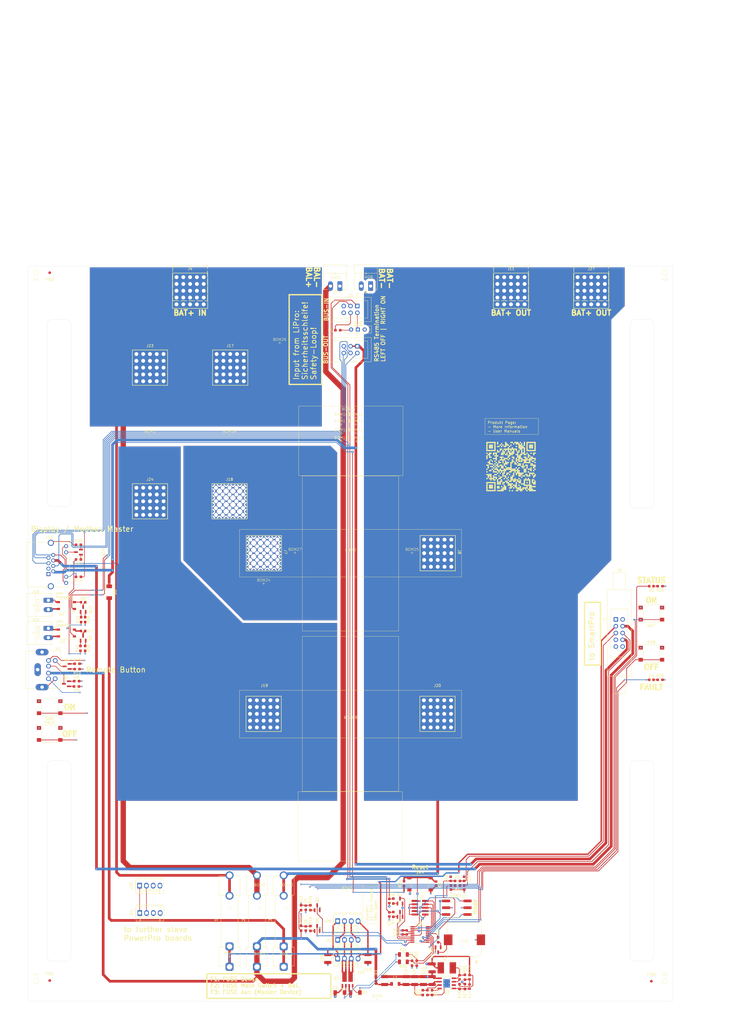
<source format=kicad_pcb>
(kicad_pcb
	(version 20241229)
	(generator "pcbnew")
	(generator_version "9.0")
	(general
		(thickness 1.627)
		(legacy_teardrops no)
	)
	(paper "A2" portrait)
	(layers
		(0 "F.Cu" signal)
		(4 "In1.Cu" signal)
		(6 "In2.Cu" signal)
		(8 "In3.Cu" signal)
		(10 "In4.Cu" signal)
		(2 "B.Cu" signal)
		(9 "F.Adhes" user "F.Adhesive")
		(11 "B.Adhes" user "B.Adhesive")
		(13 "F.Paste" user)
		(15 "B.Paste" user)
		(5 "F.SilkS" user "F.Silkscreen")
		(7 "B.SilkS" user "B.Silkscreen")
		(1 "F.Mask" user)
		(3 "B.Mask" user)
		(17 "Dwgs.User" user "User.Drawings")
		(19 "Cmts.User" user "User.Comments")
		(21 "Eco1.User" user "User.Eco1")
		(23 "Eco2.User" user "User.Eco2")
		(25 "Edge.Cuts" user)
		(27 "Margin" user)
		(31 "F.CrtYd" user "F.Courtyard")
		(29 "B.CrtYd" user "B.Courtyard")
		(35 "F.Fab" user)
		(33 "B.Fab" user)
		(39 "User.1" user)
		(41 "User.2" user)
		(43 "User.3" user)
		(45 "User.4" user)
		(47 "User.5" user)
		(49 "User.6" user)
		(51 "User.7" user)
		(53 "User.8" user)
		(55 "User.9" user)
	)
	(setup
		(stackup
			(layer "F.SilkS"
				(type "Top Silk Screen")
			)
			(layer "F.Paste"
				(type "Top Solder Paste")
			)
			(layer "F.Mask"
				(type "Top Solder Mask")
				(thickness 0.01)
			)
			(layer "F.Cu"
				(type "copper")
				(thickness 0.07)
			)
			(layer "dielectric 1"
				(type "prepreg")
				(thickness 0.1)
				(material "FR4")
				(epsilon_r 4.5)
				(loss_tangent 0.02)
			)
			(layer "In1.Cu"
				(type "copper")
				(thickness 0.07)
			)
			(layer "dielectric 2"
				(type "core")
				(thickness 0.4785)
				(material "FR4")
				(epsilon_r 4.5)
				(loss_tangent 0.02)
			)
			(layer "In2.Cu"
				(type "copper")
				(thickness 0.07)
			)
			(layer "dielectric 3"
				(type "prepreg")
				(thickness 0.1)
				(material "FR4")
				(epsilon_r 4.5)
				(loss_tangent 0.02)
			)
			(layer "In3.Cu"
				(type "copper")
				(thickness 0.035)
			)
			(layer "dielectric 4"
				(type "core")
				(thickness 0.4785)
				(material "FR4")
				(epsilon_r 4.5)
				(loss_tangent 0.02)
			)
			(layer "In4.Cu"
				(type "copper")
				(thickness 0.035)
			)
			(layer "dielectric 5"
				(type "prepreg")
				(thickness 0.1)
				(material "FR4")
				(epsilon_r 4.5)
				(loss_tangent 0.02)
			)
			(layer "B.Cu"
				(type "copper")
				(thickness 0.07)
			)
			(layer "B.Mask"
				(type "Bottom Solder Mask")
				(thickness 0.01)
			)
			(layer "B.Paste"
				(type "Bottom Solder Paste")
			)
			(layer "B.SilkS"
				(type "Bottom Silk Screen")
			)
			(copper_finish "None")
			(dielectric_constraints no)
		)
		(pad_to_mask_clearance 0)
		(allow_soldermask_bridges_in_footprints no)
		(tenting front back)
		(aux_axis_origin 52.5 120)
		(grid_origin 173 120)
		(pcbplotparams
			(layerselection 0x00000000_00000000_55555555_5755f5ff)
			(plot_on_all_layers_selection 0x00000000_00000000_00000000_00000000)
			(disableapertmacros no)
			(usegerberextensions no)
			(usegerberattributes yes)
			(usegerberadvancedattributes yes)
			(creategerberjobfile yes)
			(dashed_line_dash_ratio 12.000000)
			(dashed_line_gap_ratio 3.000000)
			(svgprecision 4)
			(plotframeref no)
			(mode 1)
			(useauxorigin no)
			(hpglpennumber 1)
			(hpglpenspeed 20)
			(hpglpendiameter 15.000000)
			(pdf_front_fp_property_popups yes)
			(pdf_back_fp_property_popups yes)
			(pdf_metadata yes)
			(pdf_single_document no)
			(dxfpolygonmode yes)
			(dxfimperialunits yes)
			(dxfusepcbnewfont yes)
			(psnegative no)
			(psa4output no)
			(plot_black_and_white yes)
			(plotinvisibletext no)
			(sketchpadsonfab no)
			(plotpadnumbers no)
			(hidednponfab no)
			(sketchdnponfab yes)
			(crossoutdnponfab yes)
			(subtractmaskfromsilk no)
			(outputformat 1)
			(mirror no)
			(drillshape 1)
			(scaleselection 1)
			(outputdirectory "")
		)
	)
	(net 0 "")
	(net 1 "GND")
	(net 2 "Net-(J10-Pin_3)")
	(net 3 "VCC")
	(net 4 "Net-(Q3-B)")
	(net 5 "/RESET")
	(net 6 "/SET")
	(net 7 "/Ub_FUSED")
	(net 8 "Net-(D3-K)")
	(net 9 "Net-(SW5-A)")
	(net 10 "/BMS_OK")
	(net 11 "Net-(U2-VIN)")
	(net 12 "Net-(U2-BST)")
	(net 13 "Net-(U2-SW)")
	(net 14 "Net-(C14-Pad1)")
	(net 15 "Net-(Q4-B)")
	(net 16 "Net-(U2-FB)")
	(net 17 "/B")
	(net 18 "/A")
	(net 19 "Net-(J10-Pin_2)")
	(net 20 "/BTN_ON")
	(net 21 "/BTN_OFF")
	(net 22 "/control/SWCLK")
	(net 23 "Net-(J12-~{RESET})")
	(net 24 "Net-(Q5-B)")
	(net 25 "/control/SWDIO")
	(net 26 "unconnected-(J12-KEY-Pad7)")
	(net 27 "Net-(Q1-B)")
	(net 28 "/LVP")
	(net 29 "/OVP")
	(net 30 "Net-(Q2-B)")
	(net 31 "Net-(Q6-B)")
	(net 32 "/LED_ERROR")
	(net 33 "/LED_ON")
	(net 34 "Net-(U2-EN{slash}UVLO)")
	(net 35 "Net-(U2-RON)")
	(net 36 "/BMS_OK_PROTECTED")
	(net 37 "/control/R2")
	(net 38 "/control/R1")
	(net 39 "/control/BTN_OFF")
	(net 40 "/control/BTN_ON")
	(net 41 "Net-(BZ1--)")
	(net 42 "Net-(Q8-B)")
	(net 43 "Net-(U1-PA9{slash}PA11)")
	(net 44 "Net-(U1-PC14)")
	(net 45 "Net-(U1-PC15)")
	(net 46 "unconnected-(U2-PGOOD-Pad6)")
	(net 47 "/~{OC_FAULT}")
	(net 48 "/LVP_IN")
	(net 49 "/OVP_IN")
	(net 50 "Net-(D4-K)")
	(net 51 "Net-(D5-K)")
	(net 52 "/control/RELAIS_RESET")
	(net 53 "/control/RELAIS_SET")
	(net 54 "unconnected-(J3-Pin_5-Pad5)")
	(net 55 "unconnected-(J3-Pin_6-Pad6)")
	(net 56 "Net-(J13-Pad10)")
	(net 57 "Net-(Q14-C)")
	(net 58 "/BAT+_IN")
	(net 59 "Net-(J9-Pin_3)")
	(net 60 "/BAT+_SI")
	(net 61 "/BAT+_OUT")
	(net 62 "unconnected-(J9-Pin_7-Pad7)")
	(net 63 "/B_OUT")
	(net 64 "/A_OUT")
	(net 65 "/GND_OUT")
	(net 66 "/+5V_OUT")
	(net 67 "Net-(D6-A)")
	(net 68 "/~{OC_FAULT_PROTECTED}")
	(net 69 "/VCC_FROM_EASY_SWITCH")
	(net 70 "unconnected-(SW5-C-Pad2)")
	(net 71 "Net-(D7-A)")
	(net 72 "Net-(D8-A)")
	(net 73 "Net-(D6-K)")
	(net 74 "Net-(D7-K)")
	(net 75 "Net-(D8-K)")
	(net 76 "Net-(J15-Pin_2)")
	(net 77 "Net-(J15-Pin_1)")
	(net 78 "Net-(J16-Pin_1)")
	(net 79 "Net-(J16-Pin_2)")
	(net 80 "Net-(Q1-C)")
	(net 81 "Net-(Q4-C)")
	(net 82 "Net-(Q1-E)")
	(net 83 "Net-(Q4-E)")
	(net 84 "Net-(Q9-E)")
	(net 85 "Net-(Q12-E)")
	(net 86 "Net-(Q14-E)")
	(net 87 "Net-(Q9-B)")
	(net 88 "Net-(Q12-B)")
	(net 89 "Net-(Q14-B)")
	(net 90 "unconnected-(J21-Pin_3-Pad3)")
	(net 91 "unconnected-(J21-Pin_4-Pad4)")
	(net 92 "/BAT+_SI2")
	(net 93 "unconnected-(J25-Pin_3-Pad3)")
	(net 94 "unconnected-(J25-Pin_4-Pad4)")
	(net 95 "Net-(J22-Pin_4)")
	(net 96 "Net-(J22-Pin_1)")
	(footprint "Package_SO:SO-4_4.4x4.3mm_P2.54mm" (layer "F.Cu") (at 66.75 257.25 180))
	(footprint "Capacitor_SMD:C_0603_1608Metric" (layer "F.Cu") (at 187.5 362.5 90))
	(footprint "Connector_IDC:IDC-Header_2x03_P2.54mm_Vertical" (layer "F.Cu") (at 175.54 150 -90))
	(footprint "Resistor_SMD:R_0603_1608Metric_Pad0.98x0.95mm_HandSolder" (layer "F.Cu") (at 168.25 144))
	(footprint "Capacitor_SMD:C_0603_1608Metric" (layer "F.Cu") (at 187.5 357.5 90))
	(footprint "Button_Switch_SMD:SW_SPST_Omron_B3FS-100xP" (layer "F.Cu") (at 285.5 265))
	(footprint "LED_SMD:LED_0603_1608Metric" (layer "F.Cu") (at 73 245.75 180))
	(footprint "myPackage_SO:HSOP-8-1EP_3.9x4.9mm_P1.27mm_EP2.41x3.1mm_ThermalVias_0.3mm" (layer "F.Cu") (at 208.955 388.3))
	(footprint "Capacitor_SMD:C_0603_1608Metric" (layer "F.Cu") (at 156.25 367.75 90))
	(footprint "Fiducial:Fiducial_1mm_Mask3mm" (layer "F.Cu") (at 60.5 387.25))
	(footprint "Package_TO_SOT_SMD:SOT-23" (layer "F.Cu") (at 73 248.4375 90))
	(footprint "myBOM:BOM_PART_2x2mm" (layer "F.Cu") (at 139 360))
	(footprint "myWürthSHFU:WP-SHFU_7461098_HAL_gewinkelt" (layer "F.Cu") (at 233 129.25))
	(footprint "Resistor_SMD:R_0603_1608Metric_Pad0.98x0.95mm_HandSolder" (layer "F.Cu") (at 197.75 380.75 -90))
	(footprint "Connector_Phoenix_MC:PhoenixContact_MC_1,5_2-G-3.5_1x02_P3.50mm_Horizontal" (layer "F.Cu") (at 169 127.5 180))
	(footprint "Connector_Phoenix_MC:PhoenixContact_MC_1,5_2-G-3.5_1x02_P3.50mm_Horizontal" (layer "F.Cu") (at 60 245 -90))
	(footprint "Capacitor_SMD:C_1210_3225Metric" (layer "F.Cu") (at 179.5 379 -90))
	(footprint "Resistor_SMD:R_1206_3216Metric" (layer "F.Cu") (at 192.75 380.25 180))
	(footprint "myWürthSHFU:WP-SHFU_7461098_HAL" (layer "F.Cu") (at 140.5 287.5))
	(footprint "Resistor_SMD:R_0603_1608Metric_Pad0.98x0.95mm_HandSolder" (layer "F.Cu") (at 288.75 239.75))
	(footprint "LED_SMD:LED_0603_1608Metric" (layer "F.Cu") (at 73 256.5 180))
	(footprint "Resistor_SMD:R_0603_1608Metric_Pad0.98x0.95mm_HandSolder" (layer "F.Cu") (at 71.25 224.25 180))
	(footprint "Resistor_SMD:R_0603_1608Metric_Pad0.98x0.95mm_HandSolder" (layer "F.Cu") (at 70.75 268.75))
	(footprint "myBOM:BOM_PART_2x2mm" (layer "F.Cu") (at 183 394.25))
	(footprint "Resistor_SMD:R_0603_1608Metric_Pad0.98x0.95mm_HandSolder" (layer "F.Cu") (at 200 391.75 -90))
	(footprint "Connector_IDC:IDC-Header_2x05_P2.54mm_Latch6.5mm_Vertical" (layer "F.Cu") (at 272.21 252.17))
	(footprint "myBOM:BOM_PART_2x2mm" (layer "F.Cu") (at 152.25 227.25))
	(footprint "myBOM:BOM_PART_2x2mm" (layer "F.Cu") (at 127.75 183))
	(footprint "myBOM:BOM_PART_2x2mm" (layer "F.Cu") (at 167.25 122.75 180))
	(footprint "Capacitor_SMD:C_0603_1608Metric" (layer "F.Cu") (at 217.5 389.5 -90))
	(footprint "myBOM:BOM_PART_2x2mm" (layer "F.Cu") (at 175.25 185.5))
	(footprint "Resistor_SMD:R_0603_1608Metric_Pad0.98x0.95mm_HandSolder" (layer "F.Cu") (at 70.5 277.25 180))
	(footprint "Capacitor_SMD:C_0603_1608Metric"
		(layer "F.Cu")
		(uuid "3028532f-368a-4177-8b9e-c03b4c0a5a4b")
		(at 156.25 360 90)
		(descr "Capacitor SMD 0603 (1608 Metric), squa
... [1917250 chars truncated]
</source>
